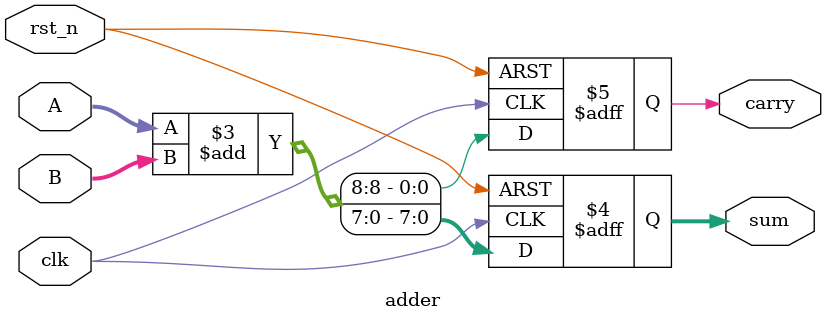
<source format=sv>
module adder
  ( input [7:0] A,
    input [7:0] B,
    input clk,
    input rst_n,
    output reg [7:0] sum,
    output reg carry);

  always @(posedge clk or negedge rst_n)
    if (!rst_n)
      {carry,sum} <= 0;
    else
      {carry,sum} <= A + B;
endmodule



</source>
